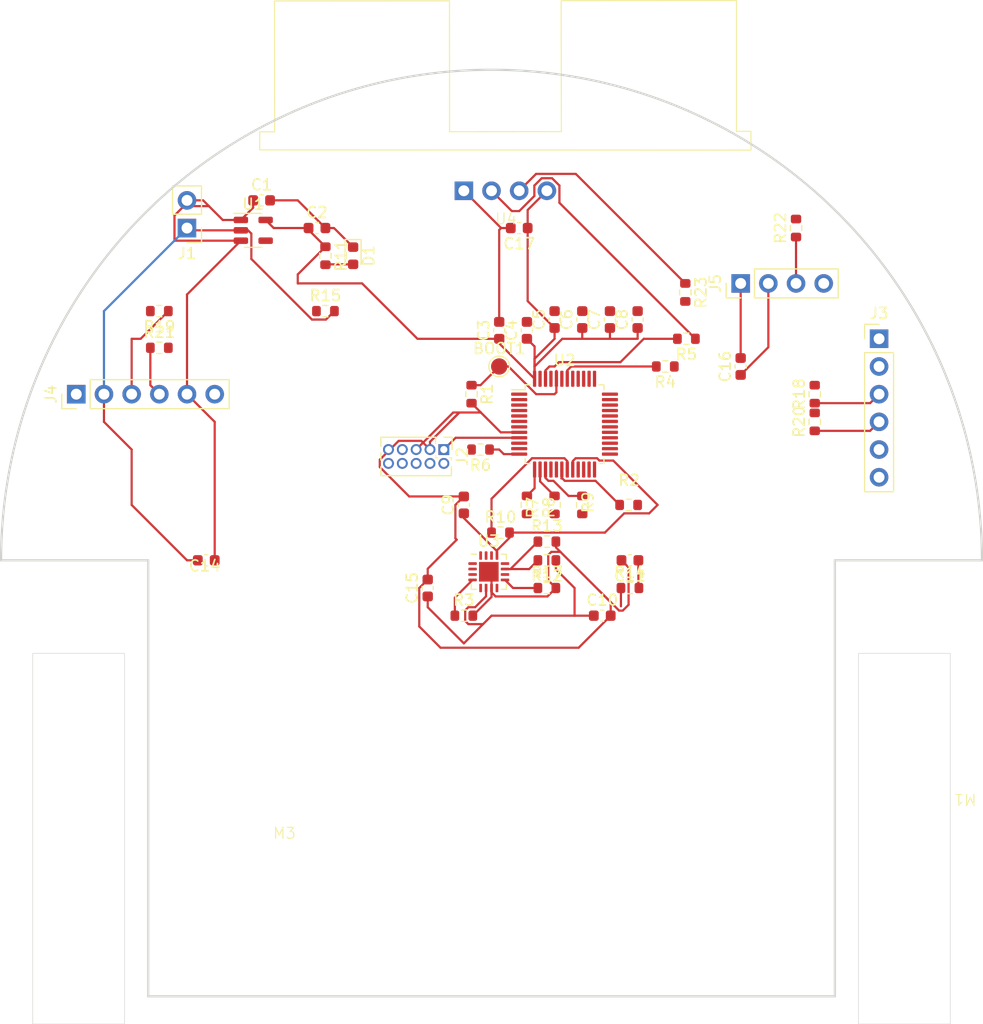
<source format=kicad_pcb>
(kicad_pcb (version 20221018) (generator pcbnew)
  (layers (0 "F.Cu" signal) (31 "B.Cu" signal) (34 "B.Paste" user) (35 "F.Paste" user) (36 "B.SilkS" user "B.Silkscreen") (37 "F.SilkS" user "F.Silkscreen") (38 "B.Mask" user) (39 "F.Mask" user) (44 "Edge.Cuts" user))
  (net 0 "")
  (net 1 "+3.3V")
  (net 2 "GND")
  (net 3 "+BATT")
  (net 4 "/mcu/UART1_TX")
  (net 5 "/mcu/IN_B2")
  (net 6 "/mcu/BOOT0")
  (net 7 "/mcu/TIM15_CH1")
  (net 8 "Net-(C11-Pad1)")
  (net 9 "/mcu/TIM15_CH2")
  (net 10 "/mcu/OUT_A4")
  (net 12 "/mcu/OUT_A5")
  (net 14 "/motorA/MA")
  (net 15 "/mcu/OUT_B1")
  (net 16 "/motorB/MA")
  (net 17 "Net-(U2-PB0)")
  (net 18 "/mcu/OUT_B9")
  (net 19 "/mcu/TIM3_CH1")
  (net 20 "/mcu/TIM2_CH1")
  (net 21 "/mcu/TIM3_CH2")
  (net 22 "/mcu/TIM2_CH2")
  (net 23 "/mcu/TIM8_CH2")
  (net 24 "Net-(U4-ECHO)")
  (net 25 "Net-(U2-PB6)")
  (net 26 "Net-(U2-PB9)")
  (net 27 "Net-(U2-PA2)")
  (net 28 "Net-(U2-PA3)")
  (net 29 "Net-(U2-PA4)")
  (net 30 "/mcu/~{RESET}")
  (net 31 "Net-(U2-PA5)")
  (net 32 "Net-(U3-REF)")
  (net 33 "Net-(U3-TOFF)")
  (net 34 "Net-(U3-SENSEA)")
  (net 35 "Net-(U3-SENSEB)")
  (net 36 "Net-(J3-Pin_3)")
  (net 37 "Net-(J4-Pin_3)")
  (net 38 "Net-(J3-Pin_4)")
  (net 39 "Net-(J4-Pin_4)")
  (net 40 "Net-(J5-Pin_3)")
  (net 41 "/external_uart/EXT_UART_TX")
  (net 42 "/mcu/SWDIO")
  (net 45 "/mcu/SWDCLK")
  (net 47 "/mcu/SWO")
  (net 67 "/motorB/MB")
  (net 68 "/motorA/MB")
  (net 69 "Net-(D1-K)")
  (net 70 "/mcu/OUT_B0")
  (net 71 "Net-(D1-A)")
  (net 72 "/external_uart/EXT_UART1_RX")
  (footprint "Package_QFP:LQFP-48_7x7mm_P0.5mm" (layer "F.Cu") (at 156.7025 84.97)
    (fp_text reference "U2")
    (fp_text value "STM32F030C8Tx")
  )
  (footprint "Resistor_SMD:R_0603_1608Metric" (layer "F.Cu") (at 155.08 100)
    (fp_text reference "R17")
    (fp_text value "330mohm")
  )
  (footprint "Resistor_SMD:R_0603_1608Metric" (layer "F.Cu") (at 148.165 82.22 -90)
    (fp_text reference "R1")
    (fp_text value "10k")
  )
  (footprint "minimouse:N20_with_encoder" (layer "F.Cu") (at 131 123)
    (fp_text reference "M3")
    (fp_text value "N20_encoder")
    (fp_rect (start -23.1 -17) (end -14.67 17) (stroke (width 0.05)) (fill none) (layer "Edge.Cuts"))
  )
  (footprint "Capacitor_SMD:C_0603_1608Metric" (layer "F.Cu") (at 160.16 102.54)
    (fp_text reference "C10")
    (fp_text value "2.2µf")
  )
  (footprint "TestPoint:TestPoint_Pad_D1.5mm" (layer "F.Cu") (at 150.705 79.68)
    (fp_text reference "BOOT1")
    (fp_text value "TestPoint")
  )
  (footprint "Resistor_SMD:R_0603_1608Metric" (layer "F.Cu") (at 155.785 92.38 -90)
    (fp_text reference "R8")
    (fp_text value "100")
  )
  (footprint "Capacitor_SMD:C_0603_1608Metric" (layer "F.Cu") (at 160.865 75.375 90)
    (fp_text reference "C7")
    (fp_text value "0.1uF")
  )
  (footprint "Resistor_SMD:R_0603_1608Metric" (layer "F.Cu") (at 177.94 66.98 90)
    (fp_text reference "R22")
    (fp_text value "100")
  )
  (footprint "Capacitor_SMD:C_0603_1608Metric" (layer "F.Cu") (at 172.86 79.68 90)
    (fp_text reference "C16")
    (fp_text value "2.2uF")
  )
  (footprint "Resistor_SMD:R_0603_1608Metric" (layer "F.Cu") (at 167.88 77.14 180)
    (fp_text reference "R5")
    (fp_text value "100")
  )
  (footprint "minimouse:HC-SR04" (layer "F.Cu") (at 151.27 63.56)
    (fp_text reference "U4")
    (fp_text value "HC-SR04")
  )
  (footprint "Capacitor_SMD:C_0603_1608Metric" (layer "F.Cu") (at 163.405 75.375 90)
    (fp_text reference "C8")
    (fp_text value "0.1uF")
  )
  (footprint "minimouse:N20_with_encoder" (layer "F.Cu") (at 169 123 180)
    (fp_text reference "M1")
    (fp_text value "N20_encoder")
    (fp_rect (start -23.1 -17) (end -14.67 17) (stroke (width 0.05)) (fill none) (layer "Edge.Cuts"))
  )
  (footprint "Connector_PinHeader_2.54mm:PinHeader_1x04_P2.54mm_Vertical" (layer "F.Cu") (at 172.86 72.06 90)
    (fp_text reference "J5")
    (fp_text value "Conn_01x04")
  )
  (footprint "Resistor_SMD:R_0603_1608Metric" (layer "F.Cu") (at 134.76 69.52 -90)
    (fp_text reference "R11")
    (fp_text value "330")
  )
  (footprint "LED_SMD:LED_0603_1608Metric" (layer "F.Cu") (at 137.3 69.52 -90)
    (fp_text reference "D1")
    (fp_text value "LED")
  )
  (footprint "Connector_PinHeader_2.54mm:PinHeader_1x02_P2.54mm_Vertical" (layer "F.Cu") (at 122.06 66.98 180)
    (fp_text reference "J1")
    (fp_text value "Conn_01x02")
  )
  (footprint "Resistor_SMD:R_0603_1608Metric" (layer "F.Cu") (at 134.76 74.6)
    (fp_text reference "R15")
    (fp_text value "47kohm")
  )
  (footprint "Capacitor_SMD:C_0603_1608Metric" (layer "F.Cu") (at 144.145 100 90)
    (fp_text reference "C15")
    (fp_text value "2.2uF")
  )
  (footprint "Capacitor_SMD:C_0603_1608Metric" (layer "F.Cu") (at 158.325 75.375 90)
    (fp_text reference "C6")
    (fp_text value "0.1uF")
  )
  (footprint "Resistor_SMD:R_0603_1608Metric" (layer "F.Cu") (at 165.945 79.68 180)
    (fp_text reference "R4")
    (fp_text value "100")
  )
  (footprint "Connector_PinHeader_2.54mm:PinHeader_1x06_P2.54mm_Vertical" (layer "F.Cu") (at 185.56 77.14)
    (fp_text reference "J3")
    (fp_text value "Conn_01x06")
  )
  (footprint "Resistor_SMD:R_0603_1608Metric" (layer "F.Cu") (at 179.655 82.22 90)
    (fp_text reference "R18")
    (fp_text value "100")
  )
  (footprint "Capacitor_SMD:C_0603_1608Metric" (layer "F.Cu") (at 147.46 92.38 90)
    (fp_text reference "C9")
    (fp_text value "10nf")
  )
  (footprint "Resistor_SMD:R_0603_1608Metric" (layer "F.Cu") (at 148.99 87.3 180)
    (fp_text reference "R6")
    (fp_text value "100")
  )
  (footprint "Resistor_SMD:R_0603_1608Metric" (layer "F.Cu") (at 162.7 100)
    (fp_text reference "R14")
    (fp_text value "1kohm")
  )
  (footprint "Resistor_SMD:R_0603_1608Metric" (layer "F.Cu") (at 119.52 77.965)
    (fp_text reference "R21")
    (fp_text value "100")
  )
  (footprint "Capacitor_SMD:C_0603_1608Metric" (layer "F.Cu") (at 152.54 66.98 180)
    (fp_text reference "C17")
    (fp_text value "2.2uF")
  )
  (footprint "Resistor_SMD:R_0603_1608Metric" (layer "F.Cu") (at 153.245 92.38 -90)
    (fp_text reference "R7")
    (fp_text value "100")
  )
  (footprint "Capacitor_SMD:C_0603_1608Metric" (layer "F.Cu") (at 155.785 75.375 90)
    (fp_text reference "C5")
    (fp_text value "0.1uF")
  )
  (footprint "Capacitor_SMD:C_0603_1608Metric" (layer "F.Cu") (at 153.245 76.365 90)
    (fp_text reference "C4")
    (fp_text value "2.2uF")
  )
  (footprint "Resistor_SMD:R_0603_1608Metric" (layer "F.Cu") (at 158.325 92.38 -90)
    (fp_text reference "R9")
    (fp_text value "100")
  )
  (footprint "Package_DFN_QFN:VQFN-16-1EP_3x3mm_P0.5mm_EP1.8x1.8mm" (layer "F.Cu") (at 149.75 98.5125)
    (fp_text reference "U3")
    (fp_text value "STSPIN240")
  )
  (footprint "Resistor_SMD:R_0603_1608Metric" (layer "F.Cu") (at 179.655 84.76 90)
    (fp_text reference "R20")
    (fp_text value "100")
  )
  (footprint "Resistor_SMD:R_0603_1608Metric" (layer "F.Cu") (at 150.825 94.92)
    (fp_text reference "R10")
    (fp_text value "18kohm")
  )
  (footprint "Resistor_SMD:R_0603_1608Metric" (layer "F.Cu") (at 167.78 72.885 -90)
    (fp_text reference "R23")
    (fp_text value "100")
  )
  (footprint "Connector_PinHeader_1.27mm:PinHeader_2x05_P1.27mm_Vertical" (layer "F.Cu") (at 145.625 87.3 -90)
    (fp_text reference "J2")
    (fp_text value "Conn_ARM_JTAG_SWD_10")
  )
  (footprint "Resistor_SMD:R_0603_1608Metric" (layer "F.Cu") (at 155.08 97.46 180)
    (fp_text reference "R12")
    (fp_text value "10k")
  )
  (footprint "Capacitor_SMD:C_0603_1608Metric" (layer "F.Cu") (at 133.985 66.98)
    (fp_text reference "C2")
    (fp_text value "1.0µf")
  )
  (footprint "Capacitor_SMD:C_0603_1608Metric" (layer "F.Cu") (at 150.705 76.365 90)
    (fp_text reference "C3")
    (fp_text value "2.2uF")
  )
  (footprint "Capacitor_SMD:C_0603_1608Metric" (layer "F.Cu") (at 162.7 97.46 180)
    (fp_text reference "C11")
    (fp_text value "22nf")
  )
  (footprint "Resistor_SMD:R_0603_1608Metric" (layer "F.Cu") (at 119.52 74.6 180)
    (fp_text reference "R19")
    (fp_text value "100")
  )
  (footprint "Capacitor_SMD:C_0603_1608Metric" (layer "F.Cu") (at 128.905 64.44)
    (fp_text reference "C1")
    (fp_text value "1.0µf")
  )
  (footprint "Package_TO_SOT_SMD:SOT-23-5" (layer "F.Cu") (at 128.1375 67.19)
    (fp_text reference "U1")
    (fp_text value "LP5907MFX-3.3")
  )
  (footprint "Resistor_SMD:R_0603_1608Metric" (layer "F.Cu") (at 147.46 102.54)
    (fp_text reference "R3")
    (fp_text value "330mohm")
  )
  (footprint "Resistor_SMD:R_0603_1608Metric" (layer "F.Cu") (at 155.08 95.745)
    (fp_text reference "R13")
    (fp_text value "10k")
  )
  (footprint "Capacitor_SMD:C_0603_1608Metric" (layer "F.Cu") (at 123.825 97.46 180)
    (fp_text reference "C14")
    (fp_text value "2.2uF")
  )
  (footprint "Resistor_SMD:R_0603_1608Metric" (layer "F.Cu") (at 162.58 92.38 180)
    (fp_text reference "R2")
    (fp_text value "100")
  )
  (footprint "Connector_PinHeader_2.54mm:PinHeader_1x06_P2.54mm_Vertical" (layer "F.Cu") (at 111.9 82.22 90)
    (fp_text reference "J4")
    (fp_text value "Conn_01x06")
  )
  (gr_arc (start 105 97.46) (mid 150 52.46) (end 195 97.46) (stroke (width 0.2)) (layer "Edge.Cuts"))
  (gr_line (start 181.5 137.46) (end 118.5 137.46) (stroke (width 0.2)) (layer "Edge.Cuts"))
  (gr_line (start 118.5 97.46) (end 105 97.46) (stroke (width 0.2)) (layer "Edge.Cuts"))
  (gr_line (start 181.5 97.46) (end 181.5 137.46) (stroke (width 0.2)) (layer "Edge.Cuts"))
  (gr_line (start 195 97.46) (end 181.5 97.46) (stroke (width 0.2)) (layer "Edge.Cuts"))
  (gr_line (start 118.5 137.46) (end 118.5 97.46) (stroke (width 0.2)) (layer "Edge.Cuts"))
  (segment (start 160.865 77.14) (end 160.865 76.15) (width 0.2) (layer "F.Cu") (net 1))
  (segment (start 134.76 68.695) (end 132.22 71.235) (width 0.2) (layer "F.Cu") (net 1))
  (segment (start 138.125 72.06) (end 143.205 77.14) (width 0.2) (layer "F.Cu") (net 1))
  (segment (start 153.315 66.98) (end 153.315 73.68) (width 0.2) (layer "F.Cu") (net 1))
  (segment (start 155.785 77.14) (end 153.9525 78.9725) (width 0.2) (layer "F.Cu") (net 1))
  (segment (start 133.21 66.98) (end 130.015 66.98) (width 0.2) (layer "F.Cu") (net 1))
  (segment (start 155.785 76.15) (end 155.785 77.14) (width 0.2) (layer "F.Cu") (net 1))
  (segment (start 153.315 65.325) (end 155.08 63.56) (width 0.2) (layer "F.Cu") (net 1))
  (segment (start 132.22 72.06) (end 138.125 72.06) (width 0.2) (layer "F.Cu") (net 1))
  (segment (start 156.4925 77.14) (end 153.9525 79.68) (width 0.2) (layer "F.Cu") (net 1))
  (segment (start 133.21 67.145) (end 134.76 68.695) (width 0.2) (layer "F.Cu") (net 1))
  (segment (start 150.705 77.14) (end 150.705 77.56) (width 0.2) (layer "F.Cu") (net 1))
  (segment (start 133.21 66.98) (end 133.21 67.145) (width 0.2) (layer "F.Cu") (net 1))
  (segment (start 153.9525 80.8075) (end 153.9525 77.8475) (width 0.2) (layer "F.Cu") (net 1))
  (segment (start 163.405 77.14) (end 160.865 77.14) (width 0.2) (layer "F.Cu") (net 1))
  (segment (start 158.325 77.14) (end 158.325 76.15) (width 0.2) (layer "F.Cu") (net 1))
  (segment (start 163.405 76.15) (end 163.405 77.14) (width 0.2) (layer "F.Cu") (net 1))
  (segment (start 153.9525 79.68) (end 153.9525 80.8075) (width 0.2) (layer "F.Cu") (net 1))
  (segment (start 150.705 77.14) (end 143.205 77.14) (width 0.2) (layer "F.Cu") (net 1))
  (segment (start 152.54 86.22) (end 146.705 86.22) (width 0.2) (layer "F.Cu") (net 1))
  (segment (start 153.9525 77.8475) (end 153.245 77.14) (width 0.2) (layer "F.Cu") (net 1))
  (segment (start 153.9525 78.9725) (end 153.9525 79.68) (width 0.2) (layer "F.Cu") (net 1))
  (segment (start 153.315 66.98) (end 153.315 65.325) (width 0.2) (layer "F.Cu") (net 1))
  (segment (start 132.22 71.235) (end 132.22 72.06) (width 0.2) (layer "F.Cu") (net 1))
  (segment (start 160.865 77.14) (end 158.325 77.14) (width 0.2) (layer "F.Cu") (net 1))
  (segment (start 158.325 77.14) (end 156.4925 77.14) (width 0.2) (layer "F.Cu") (net 1))
  (segment (start 153.315 73.68) (end 155.785 76.15) (width 0.2) (layer "F.Cu") (net 1))
  (segment (start 150.705 77.56) (end 153.9525 80.8075) (width 0.2) (layer "F.Cu") (net 1))
  (segment (start 153.9525 80.03759) (end 153.9525 80.8075) (width 0.2) (layer "F.Cu") (net 1))
  (segment (start 130.015 66.98) (end 129.275 66.24) (width 0.2) (layer "F.Cu") (net 1))
  (segment (start 146.705 86.22) (end 145.625 87.3) (width 0.2) (layer "F.Cu") (net 1))
  (segment (start 144.355 86.592894) (end 144.355 87.3) (width 0.2) (layer "F.Cu") (net 2))
  (segment (start 150.88 66.98) (end 147.46 63.56) (width 0.2) (layer "F.Cu") (net 2))
  (segment (start 122.06 97.46) (end 116.98 92.38) (width 0.2) (layer "F.Cu") (net 2))
  (segment (start 143.555 86.5) (end 144.355 87.3) (width 0.2) (layer "F.Cu") (net 2))
  (segment (start 143.37 103.53) (end 145.32 105.48) (width 0.2) (layer "F.Cu") (net 2))
  (segment (start 155.492352 96.685) (end 155.205 96.972352) (width 0.2) (layer "F.Cu") (net 2))
  (segment (start 155.905 95.745) (end 155.905 96.272352) (width 0.2) (layer "F.Cu") (net 2))
  (segment (start 172.86 78.905) (end 172.86 72.06) (width 0.2) (layer "F.Cu") (net 2))
  (segment (start 139.745 88.238629) (end 141.483629 86.5) (width 0.2) (layer "F.Cu") (net 2))
  (segment (start 134.81 75.375) (end 135.585 74.6) (width 0.2) (layer "F.Cu") (net 2))
  (segment (start 159.896324 100.263676) (end 156.317648 96.685) (width 0.2) (layer "F.Cu") (net 2))
  (segment (start 162.575 101.542351) (end 162.040685 102.076666) (width 0.2) (layer "F.Cu") (net 2))
  (segment (start 144.355 86.592894) (end 147.045394 83.9025) (width 0.2) (layer "F.Cu") (net 2))
  (segment (start 116.98 92.38) (end 116.98 87.3) (width 0.2) (layer "F.Cu") (net 2))
  (segment (start 145.32 105.48) (end 157.995 105.48) (width 0.2) (layer "F.Cu") (net 2))
  (segment (start 127.662499 67.19) (end 127.9625 67.490001) (width 0.2) (layer "F.Cu") (net 2))
  (segment (start 161.709314 102.076666) (end 159.896324 100.263676) (width 0.2) (layer "F.Cu") (net 2))
  (segment (start 162.040685 102.076666) (end 161.709314 102.076666) (width 0.2) (layer "F.Cu") (net 2))
  (segment (start 133.522352 75.375) (end 134.81 75.375) (width 0.2) (layer "F.Cu") (net 2))
  (segment (start 150.705 67.155) (end 150.705 75.59) (width 0.2) (layer "F.Cu") (net 2))
  (segment (start 155.205 99.3) (end 155.905 100) (width 0.2) (layer "F.Cu") (net 2))
  (segment (start 155.905 96.272352) (end 156.317648 96.685) (width 0.2) (layer "F.Cu") (net 2))
  (segment (start 147.045394 83.9025) (end 146.187894 84.76) (width 0.2) (layer "F.Cu") (net 2))
  (segment (start 149.0225 83.9025) (end 148.165 83.045) (width 0.2) (layer "F.Cu") (net 2))
  (segment (start 150 98.7625) (end 149.75 98.5125) (width 0.2) (layer "F.Cu") (net 2))
  (segment (start 147.46 91.605) (end 142.448629 91.605) (width 0.2) (layer "F.Cu") (net 2))
  (segment (start 144.145 98.235) (end 144.145 99.225) (width 0.2) (layer "F.Cu") (net 2))
  (segment (start 150 100.401886) (end 150 100) (width 0.2) (layer "F.Cu") (net 2))
  (segment (start 150.88 66.98) (end 151.765 66.98) (width 0.2) (layer "F.Cu") (net 2))
  (segment (start 114.44 84.76) (end 114.44 82.22) (width 0.2) (layer "F.Cu") (net 2))
  (segment (start 147.045394 83.9025) (end 149.0225 83.9025) (width 0.2) (layer "F.Cu") (net 2))
  (segment (start 146.685 92.38) (end 146.685 95.4475) (width 0.2) (layer "F.Cu") (net 2))
  (segment (start 150 100) (end 150 100.825) (width 0.2) (layer "F.Cu") (net 2))
  (segment (start 150 100.825) (end 148.285 102.54) (width 0.2) (layer "F.Cu") (net 2))
  (segment (start 162.575 98.11) (end 162.575 101.542351) (width 0.2) (layer "F.Cu") (net 2))
  (segment (start 146.4825 83.9025) (end 143.085 87.3) (width 0.2) (layer "F.Cu") (net 2))
  (segment (start 152.54 85.72) (end 150.84 85.72) (width 0.2) (layer "F.Cu") (net 2))
  (segment (start 127 67.19) (end 122.27 67.19) (width 0.2) (layer "F.Cu") (net 2))
  (segment (start 144.145 99.225) (end 143.37 100) (width 0.2) (layer "F.Cu") (net 2))
  (segment (start 147.46 91.605) (end 146.685 92.38) (width 0.2) (layer "F.Cu") (net 2))
  (segment (start 122.27 67.19) (end 122.06 66.98) (width 0.2) (layer "F.Cu") (net 2))
  (segment (start 160.935 102.54) (end 160.935 101.302352) (width 0.2) (layer "F.Cu") (net 2))
  (segment (start 147.045394 83.9025) (end 146.4825 83.9025) (width 0.2) (layer "F.Cu") (net 2))
  (segment (start 123.05 97.46) (end 122.06 97.46) (width 0.2) (layer "F.Cu") (net 2))
  (segment (start 150.373114 100.775) (end 150 100.401886) (width 0.2) (layer "F.Cu") (net 2))
  (segment (start 146.685 95.4475) (end 146.80875 95.57125) (width 0.2) (layer "F.Cu") (net 2))
  (segment (start 127.9625 69.815148) (end 133.522352 75.375) (width 0.2) (layer "F.Cu") (net 2))
  (segment (start 155.205 96.972352) (end 155.205 99.3) (width 0.2) (layer "F.Cu") (net 2))
  (segment (start 142.448629 91.605) (end 139.745 88.901371) (width 0.2) (layer "F.Cu") (net 2))
  (segment (start 127 67.19) (end 127.662499 67.19) (width 0.2) (layer "F.Cu") (net 2))
  (segment (start 127.9625 67.490001) (end 127.9625 69.815148) (width 0.2) (layer "F.Cu") (net 2))
  (segment (start 155.13 100.775) (end 155.905 100) (width 0.2) (layer "F.Cu") (net 2))
  (segment (start 116.98 87.3) (end 114.44 84.76) (width 0.2) (layer "F.Cu") (net 2))
  (segment (start 161.925 97.46) (end 162.575 98.11) (width 0.2) (layer "F.Cu") (net 2))
  (segment (start 146.80875 95.57125) (end 144.145 98.235) (width 0.2) (layer "F.Cu") (net 2))
  (segment (start 143.37 100) (end 143.37 103.53) (width 0.2) (layer "F.Cu") (net 2))
  (segment (start 150.84 85.72) (end 149.0225 83.9025) (width 0.2) (layer "F.Cu") (net 2))
  (segment (start 139.745 88.901371) (end 139.745 88.238629) (width 0.2) (layer "F.Cu") (net 2))
  (segment (start 157.995 105.48) (end 160.935 102.54) (width 0.2) (layer "F.Cu") (net 2))
  (segment (start 160.935 101.302352) (end 159.896324 100.263676) (width 0.2) (layer "F.Cu") (net 2))
  (segment (start 141.483629 86.5) (end 143.555 86.5) (width 0.2) (layer "F.Cu") (net 2))
  (segment (start 156.317648 96.685) (end 155.492352 96.685) (width 0.2) (layer "F.Cu") (net 2))
  (segment (start 150 100) (end 150 98.7625) (width 0.2) (layer "F.Cu") (net 2))
  (segment (start 150.373114 100.775) (end 155.13 100.775) (width 0.2) (layer "F.Cu") (net 2))
  (segment (start 150.88 66.98) (end 150.705 67.155) (width 0.2) (layer "F.Cu") (net 2))
  (segment (start 114.44 82.22) (end 114.44 74.6) (width 0.2) (layer "B.Cu") (net 2))
  (segment (start 114.44 74.6) (end 122.06 66.98) (width 0.2) (layer "B.Cu") (net 2))
  (segment (start 121.77 64.97) (end 124.07 64.97) (width 0.2) (layer "F.Cu") (net 3))
  (segment (start 124.6 84.76) (end 122.06 82.22) (width 0.2) (layer "F.Cu") (net 3))
  (segment (start 127 68.14) (end 122.06 73.08) (width 0.2) (layer "F.Cu") (net 3))
  (segment (start 147.872352 103.315) (end 149.225 103.315) (width 0.2) (layer "F.Cu") (net 3))
  (segment (start 157.62 100) (end 157.62 102.54) (width 0.2) (layer "F.Cu") (net 3))
  (segment (start 147.585 102.052352) (end 147.585 103.027648) (width 0.2) (layer "F.Cu") (net 3))
  (segment (start 149.5 100.759314) (end 148.494314 101.765) (width 0.2) (layer "F.Cu") (net 3))
  (segment (start 157.62 102.54) (end 159.385 102.54) (width 0.2) (layer "F.Cu") (net 3))
  (segment (start 127 68.14) (end 120.92 68.14) (width 0.2) (layer "F.Cu") (net 3))
  (segment (start 124.6 97.46) (end 124.6 84.76) (width 0.2) (layer "F.Cu") (net 3))
  (segment (start 128.13 64.44) (end 128.13 65.11) (width 0.2) (layer "F.Cu") (net 3))
  (segment (start 122.06 73.08) (end 122.06 82.22) (width 0.2) (layer "F.Cu") (net 3))
  (segment (start 120.92 68.14) (end 120.91 68.13) (width 0.2) (layer "F.Cu") (net 3))
  (segment (start 144.145 101.765) (end 147.46 105.08) (width 0.2) (layer "F.Cu") (net 3))
  (segment (start 149.225 103.315) (end 150 102.54) (width 0.2) (layer "F.Cu") (net 3))
  (segment (start 120.91 68.13) (end 120.91 65.83) (width 0.2) (layer "F.Cu") (net 3))
  (segment (start 147.872352 101.765) (end 147.585 102.052352) (width 0.2) (layer "F.Cu") (net 3))
  (segment (start 155.905 98.285) (end 155.905 97.46) (width 0.2) (layer "F.Cu") (net 3))
  (segment (start 147.46 105.08) (end 149.225 103.315) (width 0.2) (layer "F.Cu") (net 3))
  (segment (start 172.86 80.455) (end 175.4 77.915) (width 0.2) (layer "F.Cu") (net 3))
  (segment (start 175.4 77.915) (end 175.4 72.06) (width 0.2) (layer "F.Cu") (net 3))
  (segment (start 157.62 100) (end 155.905 98.285) (width 0.2) (layer "F.Cu") (net 3))
  (segment (start 148.494314 101.765) (end 147.872352 101.765) (width 0.2) (layer "F.Cu") (net 3))
  (segment (start 149.5 100) (end 149.5 100.759314) (width 0.2) (layer "F.Cu") (net 3))
  (segment (start 144.145 100.775) (end 144.145 101.765) (width 0.2) (layer "F.Cu") (net 3))
  (segment (start 120.91 65.83) (end 121.77 64.97) (width 0.2) (layer "F.Cu") (net 3))
  (segment (start 125.34 66.24) (end 124.07 64.97) (width 0.2) (layer "F.Cu") (net 3))
  (segment (start 150 102.54) (end 157.62 102.54) (width 0.2) (layer "F.Cu") (net 3))
  (segment (start 128.13 65.11) (end 127 66.24) (width 0.2) (layer "F.Cu") (net 3))
  (segment (start 123.54 64.44) (end 122.06 64.44) (width 0.2) (layer "F.Cu") (net 3))
  (segment (start 124.07 64.97) (end 123.54 64.44) (width 0.2) (layer "F.Cu") (net 3))
  (segment (start 147.585 103.027648) (end 147.872352 103.315) (width 0.2) (layer "F.Cu") (net 3))
  (segment (start 127 66.24) (end 125.34 66.24) (width 0.2) (layer "F.Cu") (net 3))
  (segment (start 147.46 93.155) (end 147.46 93.583114) (width 0.2) (layer "F.Cu") (net 5))
  (segment (start 162.167648 93.155) (end 164.465 93.155) (width 0.2) (layer "F.Cu") (net 5))
  (segment (start 150.5 96.623114) (end 150.5 97.025) (width 0.2) (layer "F.Cu") (net 5))
  (segment (start 159.68491 88.095) (end 157.72009 88.095) (width 0.2) (layer "F.Cu") (net 5))
  (segment (start 165.24 92.38) (end 161.17259 88.31259) (width 0.2) (layer "F.Cu") (net 5))
  (segment (start 157.72009 88.095) (end 157.4525 88.36259) (width 0.2) (layer "F.Cu") (net 5))
  (segment (start 161.17259 88.31259) (end 159.9025 88.31259) (width 0.2) (layer "F.Cu") (net 5))
  (segment (start 150.5 96.545) (end 150.5 97.025) (width 0.2) (layer "F.Cu") (net 5))
  (segment (start 151.65 94.92) (end 160.402648 94.92) (width 0.2) (layer "F.Cu") (net 5))
  (segment (start 151.65 94.92) (end 151.65 95.395) (width 0.2) (layer "F.Cu") (net 5))
  (segment (start 160.402648 94.92) (end 162.167648 93.155) (width 0.2) (layer "F.Cu") (net 5))
  (segment (start 157.4525 88.36259) (end 157.4525 89.1325) (width 0.2) (layer "F.Cu") (net 5))
  (segment (start 159.9025 88.31259) (end 159.68491 88.095) (width 0.2) (layer "F.Cu") (net 5))
  (segment (start 164.465 93.155) (end 165.24 92.38) (width 0.2) (layer "F.Cu") (net 5))
  (segment (start 151.65 95.395) (end 150.5 96.545) (width 0.2) (layer "F.Cu") (net 5))
  (segment (start 147.46 93.583114) (end 150.5 96.623114) (width 0.2) (layer "F.Cu") (net 5))
  (segment (start 155.9525 80.08) (end 155.9525 80.8075) (width 0.2) (layer "F.Cu") (net 6))
  (segment (start 155.9525 80.8075) (end 155.9525 82.0525) (width 0.2) (layer "F.Cu") (net 6))
  (segment (start 151.55509 79.68) (end 150.705 79.68) (width 0.2) (layer "F.Cu") (net 6))
  (segment (start 154.09509 82.22) (end 151.55509 79.68) (width 0.2) (layer "F.Cu") (net 6))
  (segment (start 155.785 82.22) (end 155.9525 82.0525) (width 0.2) (layer "F.Cu") (net 6))
  (segment (start 148.99 81.395) (end 148.165 81.395) (width 0.2) (layer "F.Cu") (net 6))
  (segment (start 155.785 82.22) (end 154.09509 82.22) (width 0.2) (layer "F.Cu") (net 6))
  (segment (start 150.705 79.68) (end 148.99 81.395) (width 0.2) (layer "F.Cu") (net 6))
  (segment (start 163.475 99.95) (end 163.525 100) (width 0.2) (layer "F.Cu") (net 8))
  (segment (start 163.475 97.46) (end 163.475 99.95) (width 0.2) (layer "F.Cu") (net 8))
  (segment (start 153.72009 88.095) (end 156.68491 88.095) (width 0.2) (layer "F.Cu") (net 15))
  (segment (start 150 91.81509) (end 153.72009 88.095) (width 0.2) (layer "F.Cu") (net 15))
  (segment (start 150 94.92) (end 150 91.81509) (width 0.2) (layer "F.Cu") (net 15))
  (segment (start 156.9525 88.36259) (end 156.9525 89.1325) (width 0.2) (layer "F.Cu") (net 15))
  (segment (start 156.68491 88.095) (end 156.9525 88.36259) (width 0.2) (layer "F.Cu") (net 15))
  (segment (start 156.72009 90.17) (end 159.545 90.17) (width 0.2) (layer "F.Cu") (net 17))
  (segment (start 156.4525 89.90241) (end 156.4525 89.1325) (width 0.2) (layer "F.Cu") (net 17))
  (segment (start 159.545 90.17) (end 161.755 92.38) (width 0.2) (layer "F.Cu") (net 17))
  (segment (start 156.4525 89.1725) (end 156.4025 89.2225) (width 0.2) (layer "F.Cu") (net 17))
  (segment (start 156.4025 89.95241) (end 156.4525 89.90241) (width 0.2) (layer "F.Cu") (net 17))
  (segment (start 156.4525 89.90241) (end 156.72009 90.17) (width 0.2) (layer "F.Cu") (net 17))
  (segment (start 156.4525 89.1725) (end 156.4525 89.1325) (width 0.2) (layer "F.Cu") (net 17))
  (segment (start 151.866346 65.426346) (end 150 63.56) (width 0.2) (layer "F.Cu") (net 18))
  (segment (start 156.23 63.083654) (end 155.556346 62.41) (width 0.2) (layer "F.Cu") (net 18))
  (segment (start 153.93 63.083654) (end 153.93 64.036346) (width 0.2) (layer "F.Cu") (net 18))
  (segment (start 152.54 65.426346) (end 151.866346 65.426346) (width 0.2) (layer "F.Cu") (net 18))
  (segment (start 153.93 64.036346) (end 152.54 65.426346) (width 0.2) (layer "F.Cu") (net 18))
  (segment (start 155.556346 62.41) (end 154.603654 62.41) (width 0.2) (layer "F.Cu") (net 18))
  (segment (start 154.603654 62.41) (end 153.93 63.083654) (width 0.2) (layer "F.Cu") (net 18))
  (segment (start 156.23 64.665) (end 156.23 63.083654) (width 0.2) (layer "F.Cu") (net 18))
  (segment (start 168.705 77.14) (end 156.23 64.665) (width 0.2) (layer "F.Cu") (net 18))
  (segment (start 167.78 72.06) (end 157.73 62.01) (width 0.2) (layer "F.Cu") (net 24))
  (segment (start 154.09 62.01) (end 152.54 63.56) (width 0.2) (layer "F.Cu") (net 24))
  (segment (start 157.73 62.01) (end 154.09 62.01) (width 0.2) (layer "F.Cu") (net 24))
  (segment (start 165.12 79.68) (end 157.31009 79.68) (width 0.2) (layer "F.Cu") (net 25))
  (segment (start 157.31009 79.68) (end 156.9525 80.03759) (width 0.2) (layer "F.Cu") (net 25))
  (segment (start 156.9525 80.03759) (end 156.9525 80.8075) (width 0.2) (layer "F.Cu") (net 25))
  (segment (start 163.970685 77.14) (end 161.830685 79.28) (width 0.2) (layer "F.Cu") (net 26))
  (segment (start 155.785 79.68) (end 155.31009 79.68) (width 0.2) (layer "F.Cu") (net 26))
  (segment (start 154.9525 80.03759) (end 154.9525 80.8075) (width 0.2) (layer "F.Cu") (net 26))
  (segment (start 156.185 79.28) (end 155.785 79.68) (width 0.2) (layer "F.Cu") (net 26))
  (segment (start 167.055 77.14) (end 163.970685 77.14) (width 0.2) (layer "F.Cu") (net 26))
  (segment (start 161.830685 79.28) (end 156.185 79.28) (width 0.2) (layer "F.Cu") (net 26))
  (segment (start 155.31009 79.68) (end 154.9525 80.03759) (width 0.2) (layer "F.Cu") (net 26))
  (segment (start 152.54 87.72) (end 151.125 87.72) (width 0.2) (layer "F.Cu") (net 27))
  (segment (start 149.815 87.3) (end 150.705 87.3) (width 0.2) (layer "F.Cu") (net 27))
  (segment (start 151.125 87.72) (end 150.705 87.3) (width 0.2) (layer "F.Cu") (net 27))
  (segment (start 153.9525 89.1325) (end 153.9525 90.8475) (width 0.2) (layer "F.Cu") (net 28))
  (segment (start 153.9525 90.8475) (end 153.245 91.555) (width 0.2) (layer "F.Cu") (net 28))
  (segment (start 154.4525 89.1325) (end 154.4525 90.2225) (width 0.2) (layer "F.Cu") (net 29))
  (segment (start 154.4525 90.2225) (end 155.785 91.555) (width 0.2) (layer "F.Cu") (net 29))
  (segment (start 155.22009 90.17) (end 155.68491 90.17) (width 0.2) (layer "F.Cu") (net 31))
  (segment (start 154.9525 89.90241) (end 154.9525 89.1325) (width 0.2) (layer "F.Cu") (net 31))
  (segment (start 155.22009 90.17) (end 154.9525 89.90241) (width 0.2) (layer "F.Cu") (net 31))
  (segment (start 155.68491 90.17) (end 157.06991 91.555) (width 0.2) (layer "F.Cu") (net 31))
  (segment (start 157.06991 91.555) (end 158.325 91.555) (width 0.2) (layer "F.Cu") (net 31))
  (segment (start 154.255 97.46) (end 153.4525 98.2625) (width 0.2) (layer "F.Cu") (net 32))
  (segment (start 153.4525 98.2625) (end 151.2375 98.2625) (width 0.2) (layer "F.Cu") (net 32))
  (segment (start 151.7375 98.2625) (end 151.2375 98.2625) (width 0.2) (layer "F.Cu") (net 32))
  (segment (start 154.255 95.745) (end 151.7375 98.2625) (width 0.2) (layer "F.Cu") (net 32))
  (segment (start 161.875 100) (end 161.875 101.676666) (width 0.2) (layer "F.Cu") (net 33))
  (segment (start 146.635 100.89) (end 148.2625 99.2625) (width 0.2) (layer "F.Cu") (net 34))
  (segment (start 146.635 102.54) (end 146.635 100.89) (width 0.2) (layer "F.Cu") (net 34))
  (segment (start 154.255 100) (end 151.975 100) (width 0.2) (layer "F.Cu") (net 35))
  (segment (start 151.975 100) (end 151.2375 99.2625) (width 0.2) (layer "F.Cu") (net 35))
  (segment (start 179.655 83.045) (end 184.735 83.045) (width 0.2) (layer "F.Cu") (net 36))
  (segment (start 184.735 83.045) (end 185.56 82.22) (width 0.2) (layer "F.Cu") (net 36))
  (segment (start 117.805 77.14) (end 116.98 77.14) (width 0.2) (layer "F.Cu") (net 37))
  (segment (start 116.98 77.14) (end 116.98 82.22) (width 0.2) (layer "F.Cu") (net 37))
  (segment (start 120.345 74.6) (end 117.805 77.14) (width 0.2) (layer "F.Cu") (net 37))
  (segment (start 184.735 85.585) (end 185.56 84.76) (width 0.2) (layer "F.Cu") (net 38))
  (segment (start 179.655 85.585) (end 184.735 85.585) (width 0.2) (layer "F.Cu") (net 38))
  (segment (start 118.695 81.395) (end 119.52 82.22) (width 0.2) (layer "F.Cu") (net 39))
  (segment (start 118.695 77.965) (end 118.695 81.395) (width 0.2) (layer "F.Cu") (net 39))
  (segment (start 177.94 67.805) (end 177.94 72.06) (width 0.2) (layer "F.Cu") (net 40))
  (segment (start 132.22 64.44) (end 134.76 66.98) (width 0.2) (layer "F.Cu") (net 69))
  (segment (start 135.5475 66.98) (end 137.3 68.7325) (width 0.2) (layer "F.Cu") (net 69))
  (segment (start 134.76 66.98) (end 135.5475 66.98) (width 0.2) (layer "F.Cu") (net 69))
  (segment (start 129.68 64.44) (end 132.22 64.44) (width 0.2) (layer "F.Cu") (net 69))
  (segment (start 134.7975 70.3075) (end 134.76 70.345) (width 0.2) (layer "F.Cu") (net 71))
  (segment (start 137.3 70.3075) (end 134.7975 70.3075) (width 0.2) (layer "F.Cu") (net 71))
)
</source>
